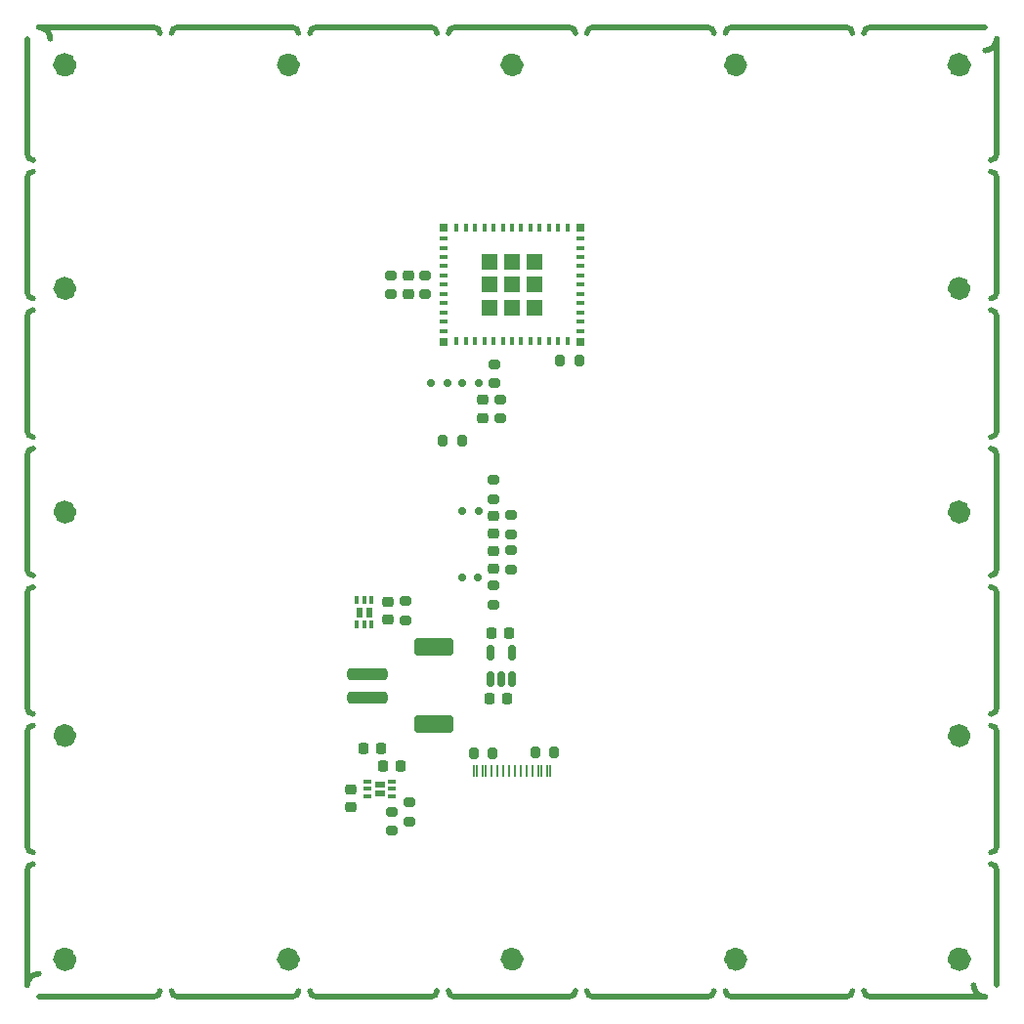
<source format=gtp>
G04 #@! TF.GenerationSoftware,KiCad,Pcbnew,7.0.8*
G04 #@! TF.CreationDate,2023-10-06T21:53:43+01:00*
G04 #@! TF.ProjectId,stencil,7374656e-6369-46c2-9e6b-696361645f70,C*
G04 #@! TF.SameCoordinates,PX8044ea0PY76ec560*
G04 #@! TF.FileFunction,Paste,Top*
G04 #@! TF.FilePolarity,Positive*
%FSLAX46Y46*%
G04 Gerber Fmt 4.6, Leading zero omitted, Abs format (unit mm)*
G04 Created by KiCad (PCBNEW 7.0.8) date 2023-10-06 21:53:43*
%MOMM*%
%LPD*%
G01*
G04 APERTURE LIST*
G04 Aperture macros list*
%AMRoundRect*
0 Rectangle with rounded corners*
0 $1 Rounding radius*
0 $2 $3 $4 $5 $6 $7 $8 $9 X,Y pos of 4 corners*
0 Add a 4 corners polygon primitive as box body*
4,1,4,$2,$3,$4,$5,$6,$7,$8,$9,$2,$3,0*
0 Add four circle primitives for the rounded corners*
1,1,$1+$1,$2,$3*
1,1,$1+$1,$4,$5*
1,1,$1+$1,$6,$7*
1,1,$1+$1,$8,$9*
0 Add four rect primitives between the rounded corners*
20,1,$1+$1,$2,$3,$4,$5,0*
20,1,$1+$1,$4,$5,$6,$7,0*
20,1,$1+$1,$6,$7,$8,$9,0*
20,1,$1+$1,$8,$9,$2,$3,0*%
G04 Aperture macros list end*
%ADD10C,1.050000*%
%ADD11C,0.500000*%
%ADD12C,1.000000*%
%ADD13R,0.630000X0.820000*%
%ADD14R,0.350000X0.650000*%
%ADD15RoundRect,0.200000X-0.275000X0.200000X-0.275000X-0.200000X0.275000X-0.200000X0.275000X0.200000X0*%
%ADD16RoundRect,0.225000X0.225000X0.250000X-0.225000X0.250000X-0.225000X-0.250000X0.225000X-0.250000X0*%
%ADD17RoundRect,0.225000X-0.225000X-0.250000X0.225000X-0.250000X0.225000X0.250000X-0.225000X0.250000X0*%
%ADD18RoundRect,0.150000X0.150000X0.200000X-0.150000X0.200000X-0.150000X-0.200000X0.150000X-0.200000X0*%
%ADD19RoundRect,0.218750X-0.256250X0.218750X-0.256250X-0.218750X0.256250X-0.218750X0.256250X0.218750X0*%
%ADD20RoundRect,0.200000X-0.200000X-0.275000X0.200000X-0.275000X0.200000X0.275000X-0.200000X0.275000X0*%
%ADD21RoundRect,0.200000X0.275000X-0.200000X0.275000X0.200000X-0.275000X0.200000X-0.275000X-0.200000X0*%
%ADD22R,0.800000X0.400000*%
%ADD23R,0.400000X0.800000*%
%ADD24R,1.450000X1.450000*%
%ADD25R,0.700000X0.700000*%
%ADD26RoundRect,0.225000X-0.250000X0.225000X-0.250000X-0.225000X0.250000X-0.225000X0.250000X0.225000X0*%
%ADD27RoundRect,0.150000X-0.150000X-0.200000X0.150000X-0.200000X0.150000X0.200000X-0.150000X0.200000X0*%
%ADD28RoundRect,0.200000X0.200000X0.275000X-0.200000X0.275000X-0.200000X-0.275000X0.200000X-0.275000X0*%
%ADD29RoundRect,0.225000X0.250000X-0.225000X0.250000X0.225000X-0.250000X0.225000X-0.250000X-0.225000X0*%
%ADD30R,0.280000X1.130000*%
%ADD31R,0.230000X1.130000*%
%ADD32RoundRect,0.250000X1.500000X-0.250000X1.500000X0.250000X-1.500000X0.250000X-1.500000X-0.250000X0*%
%ADD33RoundRect,0.250001X1.449999X-0.499999X1.449999X0.499999X-1.449999X0.499999X-1.449999X-0.499999X0*%
%ADD34RoundRect,0.150000X0.150000X-0.512500X0.150000X0.512500X-0.150000X0.512500X-0.150000X-0.512500X0*%
%ADD35R,0.820000X0.630000*%
%ADD36R,0.650000X0.350000*%
G04 APERTURE END LIST*
D10*
X-21125181Y-7950000D02*
G75*
G03*
X-21125181Y-7950000I-525000J0D01*
G01*
D11*
X-24900181Y35800000D02*
X-24900181Y25800000D01*
X59099819Y11800000D02*
X59099819Y1800000D01*
X99819Y72799981D02*
G75*
G03*
X-400181Y72300000I-19J-499981D01*
G01*
X22599800Y72300000D02*
G75*
G03*
X22099819Y72800000I-500000J0D01*
G01*
X-24900181Y23800000D02*
X-24900181Y13800000D01*
X-1900181Y-11200019D02*
G75*
G03*
X-1400181Y-10700000I-19J500019D01*
G01*
D10*
X56374819Y-7950000D02*
G75*
G03*
X56374819Y-7950000I-525000J0D01*
G01*
D11*
X24099819Y72800000D02*
X34099819Y72800000D01*
X11599800Y-10700000D02*
G75*
G03*
X12099819Y-11200000I500000J0D01*
G01*
X58599819Y37299981D02*
G75*
G03*
X59099819Y37800000I-19J500019D01*
G01*
X12099819Y-11200000D02*
X22099819Y-11200000D01*
X-24400181Y60299981D02*
G75*
G03*
X-24900181Y59800000I-19J-499981D01*
G01*
X-24900200Y61800000D02*
G75*
G03*
X-24400181Y61300000I500000J0D01*
G01*
X-11900181Y-11200000D02*
X-1900181Y-11200000D01*
X-24900200Y13800000D02*
G75*
G03*
X-24400181Y13300000I500000J0D01*
G01*
X-23900181Y-11200000D02*
X-13900181Y-11200000D01*
X59099819Y71800000D02*
X59099819Y61800000D01*
X-400200Y-10700000D02*
G75*
G03*
X99819Y-11200000I500000J0D01*
G01*
X46599800Y72300000D02*
G75*
G03*
X46099819Y72800000I-500000J0D01*
G01*
X59099819Y23800000D02*
X59099819Y13800000D01*
X58599819Y1299981D02*
G75*
G03*
X59099819Y1800000I-19J500019D01*
G01*
X-23900181Y-9200019D02*
G75*
G03*
X-24900181Y-10200000I-19J-999981D01*
G01*
X-24400181Y24299981D02*
G75*
G03*
X-24900181Y23800000I-19J-499981D01*
G01*
X59099800Y23800000D02*
G75*
G03*
X58599819Y24300000I-500000J0D01*
G01*
D12*
X-1775181Y-7950000D02*
G75*
G03*
X-1775181Y-7950000I-500000J0D01*
G01*
D11*
X34599800Y72300000D02*
G75*
G03*
X34099819Y72800000I-500000J0D01*
G01*
X-24900181Y-200000D02*
X-24900181Y-10200000D01*
X24099819Y-11200000D02*
X34099819Y-11200000D01*
X48099819Y72800000D02*
X58099819Y72800000D01*
X58099819Y70799981D02*
G75*
G03*
X59099819Y71800000I-19J1000019D01*
G01*
X-24900200Y1800000D02*
G75*
G03*
X-24400181Y1300000I500000J0D01*
G01*
X59099800Y-200000D02*
G75*
G03*
X58599819Y300000I-500000J0D01*
G01*
X57099800Y-10200000D02*
G75*
G03*
X58099819Y-11200000I1000000J0D01*
G01*
X59099819Y35800000D02*
X59099819Y25800000D01*
X59099800Y59800000D02*
G75*
G03*
X58599819Y60300000I-500000J0D01*
G01*
X-24900200Y49800000D02*
G75*
G03*
X-24400181Y49300000I500000J0D01*
G01*
X-24400181Y299981D02*
G75*
G03*
X-24900181Y-200000I-19J-499981D01*
G01*
X59099819Y-200000D02*
X59099819Y-10200000D01*
X12099819Y72800000D02*
X22099819Y72800000D01*
D12*
X-1775181Y69550000D02*
G75*
G03*
X-1775181Y69550000I-500000J0D01*
G01*
D11*
X-24900181Y47800000D02*
X-24900181Y37800000D01*
D12*
X56349819Y50175000D02*
G75*
G03*
X56349819Y50175000I-500000J0D01*
G01*
D11*
X48099819Y72799981D02*
G75*
G03*
X47599819Y72300000I-19J-499981D01*
G01*
X58599819Y13299981D02*
G75*
G03*
X59099819Y13800000I-19J500019D01*
G01*
X58599819Y25299981D02*
G75*
G03*
X59099819Y25800000I-19J500019D01*
G01*
X22099819Y-11200019D02*
G75*
G03*
X22599819Y-10700000I-19J500019D01*
G01*
D12*
X-21150181Y11425000D02*
G75*
G03*
X-21150181Y11425000I-500000J0D01*
G01*
D11*
X35599800Y-10700000D02*
G75*
G03*
X36099819Y-11200000I500000J0D01*
G01*
X-11900181Y72800000D02*
X-1900181Y72800000D01*
X36099819Y72800000D02*
X46099819Y72800000D01*
X-24400181Y48299981D02*
G75*
G03*
X-24900181Y47800000I-19J-499981D01*
G01*
D12*
X36974819Y-7950000D02*
G75*
G03*
X36974819Y-7950000I-500000J0D01*
G01*
D11*
X12099819Y72799981D02*
G75*
G03*
X11599819Y72300000I-19J-499981D01*
G01*
X-24900181Y11800000D02*
X-24900181Y1800000D01*
X-13400200Y72300000D02*
G75*
G03*
X-13900181Y72800000I-500000J0D01*
G01*
X59099800Y11800000D02*
G75*
G03*
X58599819Y12300000I-500000J0D01*
G01*
D12*
X17599819Y69550000D02*
G75*
G03*
X17599819Y69550000I-500000J0D01*
G01*
X17599819Y-7950000D02*
G75*
G03*
X17599819Y-7950000I-500000J0D01*
G01*
D11*
X-24900200Y25800000D02*
G75*
G03*
X-24400181Y25300000I500000J0D01*
G01*
X-23900181Y72800000D02*
X-13900181Y72800000D01*
X46099819Y-11200019D02*
G75*
G03*
X46599819Y-10700000I-19J500019D01*
G01*
D12*
X36974819Y69550000D02*
G75*
G03*
X36974819Y69550000I-500000J0D01*
G01*
D11*
X34099819Y-11200019D02*
G75*
G03*
X34599819Y-10700000I-19J500019D01*
G01*
X59099800Y47800000D02*
G75*
G03*
X58599819Y48300000I-500000J0D01*
G01*
X24099819Y72799981D02*
G75*
G03*
X23599819Y72300000I-19J-499981D01*
G01*
X10099819Y-11200019D02*
G75*
G03*
X10599819Y-10700000I-19J500019D01*
G01*
X59099819Y47800000D02*
X59099819Y37800000D01*
D10*
X56374819Y69550000D02*
G75*
G03*
X56374819Y69550000I-525000J0D01*
G01*
D11*
X36099819Y-11200000D02*
X46099819Y-11200000D01*
D12*
X-21150181Y50175000D02*
G75*
G03*
X-21150181Y50175000I-500000J0D01*
G01*
D11*
X58599819Y61299981D02*
G75*
G03*
X59099819Y61800000I-19J500019D01*
G01*
X-12400200Y-10700000D02*
G75*
G03*
X-11900181Y-11200000I500000J0D01*
G01*
X59099819Y59800000D02*
X59099819Y49800000D01*
X10599800Y72300000D02*
G75*
G03*
X10099819Y72800000I-500000J0D01*
G01*
X-24400181Y12299981D02*
G75*
G03*
X-24900181Y11800000I-19J-499981D01*
G01*
D12*
X-21150181Y30800000D02*
G75*
G03*
X-21150181Y30800000I-500000J0D01*
G01*
D11*
X48099819Y-11200000D02*
X58099819Y-11200000D01*
D10*
X-21125181Y69550000D02*
G75*
G03*
X-21125181Y69550000I-525000J0D01*
G01*
D12*
X56349819Y11425000D02*
G75*
G03*
X56349819Y11425000I-500000J0D01*
G01*
D11*
X-13900181Y-11200019D02*
G75*
G03*
X-13400181Y-10700000I-19J500019D01*
G01*
X-24900181Y59800000D02*
X-24900181Y49800000D01*
X-24400181Y36299981D02*
G75*
G03*
X-24900181Y35800000I-19J-499981D01*
G01*
X99819Y-11200000D02*
X10099819Y-11200000D01*
X47599800Y-10700000D02*
G75*
G03*
X48099819Y-11200000I500000J0D01*
G01*
X99819Y72800000D02*
X10099819Y72800000D01*
X23599800Y-10700000D02*
G75*
G03*
X24099819Y-11200000I500000J0D01*
G01*
X-22900200Y71800000D02*
G75*
G03*
X-23900181Y72800000I-1000000J0D01*
G01*
X-1400200Y72300000D02*
G75*
G03*
X-1900181Y72800000I-500000J0D01*
G01*
X36099819Y72799981D02*
G75*
G03*
X35599819Y72300000I-19J-499981D01*
G01*
X-24900200Y37800000D02*
G75*
G03*
X-24400181Y37300000I500000J0D01*
G01*
X59099800Y35800000D02*
G75*
G03*
X58599819Y36300000I-500000J0D01*
G01*
X58599819Y49299981D02*
G75*
G03*
X59099819Y49800000I-19J500019D01*
G01*
X-11900181Y72799981D02*
G75*
G03*
X-12400181Y72300000I-19J-499981D01*
G01*
X-24900181Y71800000D02*
X-24900181Y61800000D01*
D12*
X56349819Y30800000D02*
G75*
G03*
X56349819Y30800000I-500000J0D01*
G01*
D13*
G04 #@! TO.C,U4*
X4700000Y22100000D03*
X3900000Y22100000D03*
D14*
X4950000Y23150000D03*
X4300000Y23150000D03*
X3650000Y23150000D03*
X3650000Y21050000D03*
X4300000Y21050000D03*
X4950000Y21050000D03*
G04 #@! TD*
D15*
G04 #@! TO.C,R7*
X16122000Y40562000D03*
X16122000Y38912000D03*
G04 #@! TD*
D16*
G04 #@! TO.C,C4*
X7475000Y8800000D03*
X5925000Y8800000D03*
G04 #@! TD*
D17*
G04 #@! TO.C,C1*
X15150000Y14625000D03*
X16700000Y14625000D03*
G04 #@! TD*
D18*
G04 #@! TO.C,D1*
X12800000Y42000000D03*
X14200000Y42000000D03*
G04 #@! TD*
D17*
G04 #@! TO.C,C5*
X4225000Y10300000D03*
X5775000Y10300000D03*
G04 #@! TD*
D19*
G04 #@! TO.C,D5*
X3150000Y6787500D03*
X3150000Y5212500D03*
G04 #@! TD*
D17*
G04 #@! TO.C,C2*
X15325000Y20325000D03*
X16875000Y20325000D03*
G04 #@! TD*
D20*
G04 #@! TO.C,R4*
X19105000Y10004000D03*
X20755000Y10004000D03*
G04 #@! TD*
D21*
G04 #@! TO.C,R10*
X15487000Y31927000D03*
X15487000Y33577000D03*
G04 #@! TD*
D15*
G04 #@! TO.C,R1*
X7850000Y23075000D03*
X7850000Y21425000D03*
G04 #@! TD*
D22*
G04 #@! TO.C,U2*
X11200000Y54500000D03*
X11200000Y53700000D03*
X11200000Y52900000D03*
X11200000Y52100000D03*
X11200000Y51300000D03*
X11200000Y50500000D03*
X11200000Y49700000D03*
X11200000Y48900000D03*
X11200000Y48100000D03*
X11200000Y47300000D03*
X11200000Y46500000D03*
D23*
X12300000Y45600000D03*
X13100000Y45600000D03*
X13900000Y45600000D03*
X14700000Y45600000D03*
X15500000Y45600000D03*
X16300000Y45600000D03*
X17100000Y45600000D03*
X17900000Y45600000D03*
X18700000Y45600000D03*
X19500000Y45600000D03*
X20300000Y45600000D03*
X21100000Y45600000D03*
X21900000Y45600000D03*
D22*
X23000000Y46500000D03*
X23000000Y47300000D03*
X23000000Y48100000D03*
X23000000Y48900000D03*
X23000000Y49700000D03*
X23000000Y50500000D03*
X23000000Y51300000D03*
X23000000Y52100000D03*
X23000000Y52900000D03*
X23000000Y53700000D03*
X23000000Y54500000D03*
D23*
X21900000Y55400000D03*
X21100000Y55400000D03*
X20300000Y55400000D03*
X19500000Y55400000D03*
X18700000Y55400000D03*
X17900000Y55400000D03*
X17100000Y55400000D03*
X16300000Y55400000D03*
X15500000Y55400000D03*
X14700000Y55400000D03*
X13900000Y55400000D03*
X13100000Y55400000D03*
X12300000Y55400000D03*
D24*
X15125000Y52475000D03*
X15125000Y50500000D03*
X15125000Y48525000D03*
X17100000Y52475000D03*
X17100000Y50500000D03*
X17100000Y48525000D03*
X19075000Y52475000D03*
X19075000Y50500000D03*
X19075000Y48525000D03*
D25*
X23050000Y55450000D03*
X23050000Y45550000D03*
X11150000Y45550000D03*
X11150000Y55450000D03*
G04 #@! TD*
D20*
G04 #@! TO.C,R13*
X21275000Y43900000D03*
X22925000Y43900000D03*
G04 #@! TD*
D15*
G04 #@! TO.C,R14*
X15487000Y24433000D03*
X15487000Y22783000D03*
G04 #@! TD*
D26*
G04 #@! TO.C,C7*
X15487000Y30479000D03*
X15487000Y28929000D03*
G04 #@! TD*
D27*
G04 #@! TO.C,D4*
X11500000Y42000000D03*
X10100000Y42000000D03*
G04 #@! TD*
D26*
G04 #@! TO.C,C6*
X14598000Y40499000D03*
X14598000Y38949000D03*
G04 #@! TD*
D15*
G04 #@! TO.C,R3*
X6650000Y4825000D03*
X6650000Y3175000D03*
G04 #@! TD*
D21*
G04 #@! TO.C,R6*
X15614000Y41960000D03*
X15614000Y43610000D03*
G04 #@! TD*
G04 #@! TO.C,R15*
X17011000Y25831000D03*
X17011000Y27481000D03*
G04 #@! TD*
D28*
G04 #@! TO.C,R8*
X12756000Y36943000D03*
X11106000Y36943000D03*
G04 #@! TD*
D15*
G04 #@! TO.C,R12*
X9600000Y51325000D03*
X9600000Y49675000D03*
G04 #@! TD*
D29*
G04 #@! TO.C,C8*
X15487000Y25881000D03*
X15487000Y27431000D03*
G04 #@! TD*
D18*
G04 #@! TO.C,D2*
X12800000Y30847000D03*
X14200000Y30847000D03*
G04 #@! TD*
D21*
G04 #@! TO.C,R9*
X6600000Y49675000D03*
X6600000Y51325000D03*
G04 #@! TD*
D30*
G04 #@! TO.C,USB-C1*
X13775000Y8332000D03*
X14575000Y8332000D03*
D31*
X15850000Y8332000D03*
X16850000Y8332000D03*
X17350000Y8332000D03*
X18350000Y8332000D03*
D30*
X19625000Y8332000D03*
X20425000Y8332000D03*
X20175000Y8332000D03*
X19375000Y8332000D03*
D31*
X18850000Y8332000D03*
X17850000Y8332000D03*
X16350000Y8332000D03*
X15350000Y8332000D03*
D30*
X14825000Y8332000D03*
X14025000Y8332000D03*
G04 #@! TD*
D18*
G04 #@! TO.C,D3*
X12755000Y25132000D03*
X14155000Y25132000D03*
G04 #@! TD*
D26*
G04 #@! TO.C,C3*
X6350000Y23025000D03*
X6350000Y21475000D03*
G04 #@! TD*
D28*
G04 #@! TO.C,R5*
X15421000Y9897000D03*
X13771000Y9897000D03*
G04 #@! TD*
D32*
G04 #@! TO.C,J1*
X4550000Y14750000D03*
X4550000Y16750000D03*
D33*
X10300000Y12400000D03*
X10300000Y19100000D03*
G04 #@! TD*
D15*
G04 #@! TO.C,R11*
X17011000Y30529000D03*
X17011000Y28879000D03*
G04 #@! TD*
D29*
G04 #@! TO.C,C9*
X8100000Y49725000D03*
X8100000Y51275000D03*
G04 #@! TD*
D34*
G04 #@! TO.C,U1*
X15200000Y16350000D03*
X16150000Y16350000D03*
X17100000Y16350000D03*
X17100000Y18625000D03*
X15200000Y18625000D03*
G04 #@! TD*
D21*
G04 #@! TO.C,R2*
X8250000Y3975000D03*
X8250000Y5625000D03*
G04 #@! TD*
D35*
G04 #@! TO.C,U3*
X5650000Y6400000D03*
X5650000Y7200000D03*
D36*
X6700000Y6150000D03*
X6700000Y6800000D03*
X6700000Y7450000D03*
X4600000Y7450000D03*
X4600000Y6800000D03*
X4600000Y6150000D03*
G04 #@! TD*
M02*

</source>
